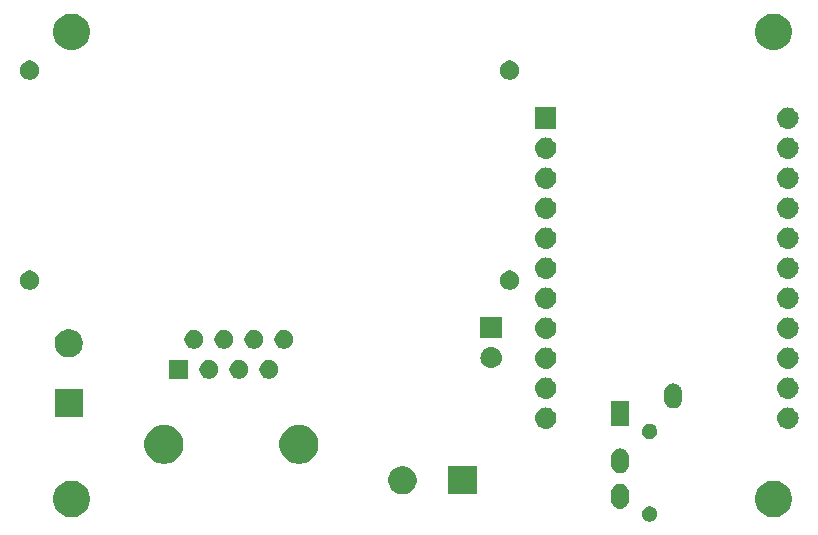
<source format=gbr>
G04 #@! TF.GenerationSoftware,KiCad,Pcbnew,(5.1.2)-2*
G04 #@! TF.CreationDate,2020-01-12T12:09:12-06:00*
G04 #@! TF.ProjectId,SimpleBuildSounds,53696d70-6c65-4427-9569-6c64536f756e,rev?*
G04 #@! TF.SameCoordinates,Original*
G04 #@! TF.FileFunction,Soldermask,Top*
G04 #@! TF.FilePolarity,Negative*
%FSLAX46Y46*%
G04 Gerber Fmt 4.6, Leading zero omitted, Abs format (unit mm)*
G04 Created by KiCad (PCBNEW (5.1.2)-2) date 2020-01-12 12:09:12*
%MOMM*%
%LPD*%
G04 APERTURE LIST*
%ADD10C,0.100000*%
G04 APERTURE END LIST*
D10*
G36*
X187800890Y-91757517D02*
G01*
X187919364Y-91806591D01*
X187925895Y-91810955D01*
X188025988Y-91877835D01*
X188116665Y-91968512D01*
X188187910Y-92075138D01*
X188236983Y-92193610D01*
X188262000Y-92319382D01*
X188262000Y-92447618D01*
X188236983Y-92573390D01*
X188187909Y-92691864D01*
X188116665Y-92798488D01*
X188025988Y-92889165D01*
X187919364Y-92960409D01*
X187919363Y-92960410D01*
X187919362Y-92960410D01*
X187800890Y-93009483D01*
X187675119Y-93034500D01*
X187546881Y-93034500D01*
X187421110Y-93009483D01*
X187302638Y-92960410D01*
X187302637Y-92960410D01*
X187302636Y-92960409D01*
X187196012Y-92889165D01*
X187105335Y-92798488D01*
X187034091Y-92691864D01*
X186985017Y-92573390D01*
X186960000Y-92447618D01*
X186960000Y-92319382D01*
X186985017Y-92193610D01*
X187034090Y-92075138D01*
X187105335Y-91968512D01*
X187196012Y-91877835D01*
X187296105Y-91810955D01*
X187302636Y-91806591D01*
X187421110Y-91757517D01*
X187546881Y-91732500D01*
X187675119Y-91732500D01*
X187800890Y-91757517D01*
X187800890Y-91757517D01*
G37*
G36*
X198422585Y-89601302D02*
G01*
X198572410Y-89631104D01*
X198854674Y-89748021D01*
X199108705Y-89917759D01*
X199324741Y-90133795D01*
X199494479Y-90387826D01*
X199611396Y-90670090D01*
X199671000Y-90969740D01*
X199671000Y-91275260D01*
X199611396Y-91574910D01*
X199494479Y-91857174D01*
X199324741Y-92111205D01*
X199108705Y-92327241D01*
X198854674Y-92496979D01*
X198572410Y-92613896D01*
X198422585Y-92643698D01*
X198272761Y-92673500D01*
X197967239Y-92673500D01*
X197817415Y-92643698D01*
X197667590Y-92613896D01*
X197385326Y-92496979D01*
X197131295Y-92327241D01*
X196915259Y-92111205D01*
X196745521Y-91857174D01*
X196628604Y-91574910D01*
X196569000Y-91275260D01*
X196569000Y-90969740D01*
X196628604Y-90670090D01*
X196745521Y-90387826D01*
X196915259Y-90133795D01*
X197131295Y-89917759D01*
X197385326Y-89748021D01*
X197667590Y-89631104D01*
X197817415Y-89601302D01*
X197967239Y-89571500D01*
X198272761Y-89571500D01*
X198422585Y-89601302D01*
X198422585Y-89601302D01*
G37*
G36*
X138986585Y-89601302D02*
G01*
X139136410Y-89631104D01*
X139418674Y-89748021D01*
X139672705Y-89917759D01*
X139888741Y-90133795D01*
X140058479Y-90387826D01*
X140175396Y-90670090D01*
X140235000Y-90969740D01*
X140235000Y-91275260D01*
X140175396Y-91574910D01*
X140058479Y-91857174D01*
X139888741Y-92111205D01*
X139672705Y-92327241D01*
X139418674Y-92496979D01*
X139136410Y-92613896D01*
X138986585Y-92643698D01*
X138836761Y-92673500D01*
X138531239Y-92673500D01*
X138381415Y-92643698D01*
X138231590Y-92613896D01*
X137949326Y-92496979D01*
X137695295Y-92327241D01*
X137479259Y-92111205D01*
X137309521Y-91857174D01*
X137192604Y-91574910D01*
X137133000Y-91275260D01*
X137133000Y-90969740D01*
X137192604Y-90670090D01*
X137309521Y-90387826D01*
X137479259Y-90133795D01*
X137695295Y-89917759D01*
X137949326Y-89748021D01*
X138231590Y-89631104D01*
X138381415Y-89601302D01*
X138531239Y-89571500D01*
X138836761Y-89571500D01*
X138986585Y-89601302D01*
X138986585Y-89601302D01*
G37*
G36*
X185258221Y-89843367D02*
G01*
X185399785Y-89886310D01*
X185530251Y-89956046D01*
X185580415Y-89997214D01*
X185644607Y-90049894D01*
X185686194Y-90100569D01*
X185738454Y-90164248D01*
X185808190Y-90294714D01*
X185851133Y-90436278D01*
X185862000Y-90546613D01*
X185862000Y-91220387D01*
X185851133Y-91330722D01*
X185808190Y-91472286D01*
X185738454Y-91602752D01*
X185714008Y-91632540D01*
X185644607Y-91717107D01*
X185560040Y-91786508D01*
X185530252Y-91810954D01*
X185399786Y-91880690D01*
X185258222Y-91923633D01*
X185111000Y-91938133D01*
X184963779Y-91923633D01*
X184822215Y-91880690D01*
X184691749Y-91810954D01*
X184661961Y-91786508D01*
X184577394Y-91717107D01*
X184483547Y-91602752D01*
X184413810Y-91472286D01*
X184370867Y-91330722D01*
X184360000Y-91220387D01*
X184360000Y-90546614D01*
X184370867Y-90436279D01*
X184413810Y-90294715D01*
X184483546Y-90164249D01*
X184535806Y-90100569D01*
X184577394Y-90049893D01*
X184647066Y-89992716D01*
X184691748Y-89956046D01*
X184822214Y-89886310D01*
X184963778Y-89843367D01*
X185111000Y-89828867D01*
X185258221Y-89843367D01*
X185258221Y-89843367D01*
G37*
G36*
X167035776Y-88386884D02*
G01*
X167253069Y-88476890D01*
X167253071Y-88476891D01*
X167448630Y-88607560D01*
X167614940Y-88773870D01*
X167724698Y-88938133D01*
X167745610Y-88969431D01*
X167835616Y-89186724D01*
X167881500Y-89417400D01*
X167881500Y-89652600D01*
X167835616Y-89883276D01*
X167766600Y-90049894D01*
X167745609Y-90100571D01*
X167614940Y-90296130D01*
X167448630Y-90462440D01*
X167253071Y-90593109D01*
X167253070Y-90593110D01*
X167253069Y-90593110D01*
X167035776Y-90683116D01*
X166805100Y-90729000D01*
X166569900Y-90729000D01*
X166339224Y-90683116D01*
X166121931Y-90593110D01*
X166121930Y-90593110D01*
X166121929Y-90593109D01*
X165926370Y-90462440D01*
X165760060Y-90296130D01*
X165629391Y-90100571D01*
X165608400Y-90049894D01*
X165539384Y-89883276D01*
X165493500Y-89652600D01*
X165493500Y-89417400D01*
X165539384Y-89186724D01*
X165629390Y-88969431D01*
X165650303Y-88938133D01*
X165760060Y-88773870D01*
X165926370Y-88607560D01*
X166121929Y-88476891D01*
X166121931Y-88476890D01*
X166339224Y-88386884D01*
X166569900Y-88341000D01*
X166805100Y-88341000D01*
X167035776Y-88386884D01*
X167035776Y-88386884D01*
G37*
G36*
X172961500Y-90729000D02*
G01*
X170573500Y-90729000D01*
X170573500Y-88341000D01*
X172961500Y-88341000D01*
X172961500Y-90729000D01*
X172961500Y-90729000D01*
G37*
G36*
X185258221Y-86843367D02*
G01*
X185399785Y-86886310D01*
X185530251Y-86956046D01*
X185580415Y-86997214D01*
X185644607Y-87049894D01*
X185701784Y-87119566D01*
X185738454Y-87164248D01*
X185808190Y-87294714D01*
X185851133Y-87436278D01*
X185862000Y-87546613D01*
X185862000Y-88220387D01*
X185851133Y-88330722D01*
X185808190Y-88472286D01*
X185738454Y-88602752D01*
X185734508Y-88607560D01*
X185644607Y-88717107D01*
X185575439Y-88773870D01*
X185530252Y-88810954D01*
X185399786Y-88880690D01*
X185258222Y-88923633D01*
X185111000Y-88938133D01*
X184963779Y-88923633D01*
X184822215Y-88880690D01*
X184691749Y-88810954D01*
X184646562Y-88773870D01*
X184577394Y-88717107D01*
X184483547Y-88602752D01*
X184413810Y-88472286D01*
X184373985Y-88341000D01*
X184370867Y-88330722D01*
X184360000Y-88220387D01*
X184360000Y-87546614D01*
X184370867Y-87436279D01*
X184413810Y-87294715D01*
X184483546Y-87164249D01*
X184524714Y-87114085D01*
X184577394Y-87049893D01*
X184676478Y-86968578D01*
X184691748Y-86956046D01*
X184822214Y-86886310D01*
X184963778Y-86843367D01*
X185111000Y-86828867D01*
X185258221Y-86843367D01*
X185258221Y-86843367D01*
G37*
G36*
X158297428Y-84877835D02*
G01*
X158406079Y-84899447D01*
X158490704Y-84934500D01*
X158690551Y-85017279D01*
X158706542Y-85023903D01*
X158976951Y-85204585D01*
X159206915Y-85434549D01*
X159387597Y-85704958D01*
X159512053Y-86005421D01*
X159575500Y-86324391D01*
X159575500Y-86649609D01*
X159512053Y-86968579D01*
X159387597Y-87269042D01*
X159206915Y-87539451D01*
X158976951Y-87769415D01*
X158706542Y-87950097D01*
X158406079Y-88074553D01*
X158299756Y-88095702D01*
X158087111Y-88138000D01*
X157761889Y-88138000D01*
X157549244Y-88095702D01*
X157442921Y-88074553D01*
X157142458Y-87950097D01*
X156872049Y-87769415D01*
X156642085Y-87539451D01*
X156461403Y-87269042D01*
X156336947Y-86968579D01*
X156273500Y-86649609D01*
X156273500Y-86324391D01*
X156336947Y-86005421D01*
X156461403Y-85704958D01*
X156642085Y-85434549D01*
X156872049Y-85204585D01*
X157142458Y-85023903D01*
X157158450Y-85017279D01*
X157358296Y-84934500D01*
X157442921Y-84899447D01*
X157551572Y-84877835D01*
X157761889Y-84836000D01*
X158087111Y-84836000D01*
X158297428Y-84877835D01*
X158297428Y-84877835D01*
G37*
G36*
X146867428Y-84877835D02*
G01*
X146976079Y-84899447D01*
X147060704Y-84934500D01*
X147260551Y-85017279D01*
X147276542Y-85023903D01*
X147546951Y-85204585D01*
X147776915Y-85434549D01*
X147957597Y-85704958D01*
X148082053Y-86005421D01*
X148145500Y-86324391D01*
X148145500Y-86649609D01*
X148082053Y-86968579D01*
X147957597Y-87269042D01*
X147776915Y-87539451D01*
X147546951Y-87769415D01*
X147276542Y-87950097D01*
X146976079Y-88074553D01*
X146869756Y-88095702D01*
X146657111Y-88138000D01*
X146331889Y-88138000D01*
X146119244Y-88095702D01*
X146012921Y-88074553D01*
X145712458Y-87950097D01*
X145442049Y-87769415D01*
X145212085Y-87539451D01*
X145031403Y-87269042D01*
X144906947Y-86968579D01*
X144843500Y-86649609D01*
X144843500Y-86324391D01*
X144906947Y-86005421D01*
X145031403Y-85704958D01*
X145212085Y-85434549D01*
X145442049Y-85204585D01*
X145712458Y-85023903D01*
X145728450Y-85017279D01*
X145928296Y-84934500D01*
X146012921Y-84899447D01*
X146121572Y-84877835D01*
X146331889Y-84836000D01*
X146657111Y-84836000D01*
X146867428Y-84877835D01*
X146867428Y-84877835D01*
G37*
G36*
X187800890Y-84757517D02*
G01*
X187919364Y-84806591D01*
X188025988Y-84877835D01*
X188116665Y-84968512D01*
X188187909Y-85075136D01*
X188236983Y-85193610D01*
X188262000Y-85319382D01*
X188262000Y-85447618D01*
X188236983Y-85573390D01*
X188187909Y-85691864D01*
X188116665Y-85798488D01*
X188025988Y-85889165D01*
X187919364Y-85960409D01*
X187919363Y-85960410D01*
X187919362Y-85960410D01*
X187800890Y-86009483D01*
X187675119Y-86034500D01*
X187546881Y-86034500D01*
X187421110Y-86009483D01*
X187302638Y-85960410D01*
X187302637Y-85960410D01*
X187302636Y-85960409D01*
X187196012Y-85889165D01*
X187105335Y-85798488D01*
X187034091Y-85691864D01*
X186985017Y-85573390D01*
X186960000Y-85447618D01*
X186960000Y-85319382D01*
X186985017Y-85193610D01*
X187034091Y-85075136D01*
X187105335Y-84968512D01*
X187196012Y-84877835D01*
X187302636Y-84806591D01*
X187421110Y-84757517D01*
X187546881Y-84732500D01*
X187675119Y-84732500D01*
X187800890Y-84757517D01*
X187800890Y-84757517D01*
G37*
G36*
X199426443Y-83370019D02*
G01*
X199492627Y-83376537D01*
X199662466Y-83428057D01*
X199818991Y-83511722D01*
X199854729Y-83541052D01*
X199956186Y-83624314D01*
X200039448Y-83725771D01*
X200068778Y-83761509D01*
X200152443Y-83918034D01*
X200203963Y-84087873D01*
X200221359Y-84264500D01*
X200203963Y-84441127D01*
X200152443Y-84610966D01*
X200068778Y-84767491D01*
X200039448Y-84803229D01*
X199956186Y-84904686D01*
X199854729Y-84987948D01*
X199818991Y-85017278D01*
X199662466Y-85100943D01*
X199492627Y-85152463D01*
X199426443Y-85158981D01*
X199360260Y-85165500D01*
X199271740Y-85165500D01*
X199205557Y-85158981D01*
X199139373Y-85152463D01*
X198969534Y-85100943D01*
X198813009Y-85017278D01*
X198777271Y-84987948D01*
X198675814Y-84904686D01*
X198592552Y-84803229D01*
X198563222Y-84767491D01*
X198479557Y-84610966D01*
X198428037Y-84441127D01*
X198410641Y-84264500D01*
X198428037Y-84087873D01*
X198479557Y-83918034D01*
X198563222Y-83761509D01*
X198592552Y-83725771D01*
X198675814Y-83624314D01*
X198777271Y-83541052D01*
X198813009Y-83511722D01*
X198969534Y-83428057D01*
X199139373Y-83376537D01*
X199205557Y-83370019D01*
X199271740Y-83363500D01*
X199360260Y-83363500D01*
X199426443Y-83370019D01*
X199426443Y-83370019D01*
G37*
G36*
X178926443Y-83370019D02*
G01*
X178992627Y-83376537D01*
X179162466Y-83428057D01*
X179318991Y-83511722D01*
X179354729Y-83541052D01*
X179456186Y-83624314D01*
X179539448Y-83725771D01*
X179568778Y-83761509D01*
X179652443Y-83918034D01*
X179703963Y-84087873D01*
X179721359Y-84264500D01*
X179703963Y-84441127D01*
X179652443Y-84610966D01*
X179568778Y-84767491D01*
X179539448Y-84803229D01*
X179456186Y-84904686D01*
X179354729Y-84987948D01*
X179318991Y-85017278D01*
X179162466Y-85100943D01*
X178992627Y-85152463D01*
X178926443Y-85158981D01*
X178860260Y-85165500D01*
X178771740Y-85165500D01*
X178705557Y-85158981D01*
X178639373Y-85152463D01*
X178469534Y-85100943D01*
X178313009Y-85017278D01*
X178277271Y-84987948D01*
X178175814Y-84904686D01*
X178092552Y-84803229D01*
X178063222Y-84767491D01*
X177979557Y-84610966D01*
X177928037Y-84441127D01*
X177910641Y-84264500D01*
X177928037Y-84087873D01*
X177979557Y-83918034D01*
X178063222Y-83761509D01*
X178092552Y-83725771D01*
X178175814Y-83624314D01*
X178277271Y-83541052D01*
X178313009Y-83511722D01*
X178469534Y-83428057D01*
X178639373Y-83376537D01*
X178705557Y-83370019D01*
X178771740Y-83363500D01*
X178860260Y-83363500D01*
X178926443Y-83370019D01*
X178926443Y-83370019D01*
G37*
G36*
X185862000Y-84934500D02*
G01*
X184360000Y-84934500D01*
X184360000Y-82832500D01*
X185862000Y-82832500D01*
X185862000Y-84934500D01*
X185862000Y-84934500D01*
G37*
G36*
X139624000Y-84188500D02*
G01*
X137236000Y-84188500D01*
X137236000Y-81800500D01*
X139624000Y-81800500D01*
X139624000Y-84188500D01*
X139624000Y-84188500D01*
G37*
G36*
X189758221Y-81343367D02*
G01*
X189899785Y-81386310D01*
X190030251Y-81456046D01*
X190080415Y-81497214D01*
X190144607Y-81549894D01*
X190201784Y-81619566D01*
X190238454Y-81664248D01*
X190308190Y-81794714D01*
X190351133Y-81936278D01*
X190362000Y-82046613D01*
X190362000Y-82720387D01*
X190351133Y-82830722D01*
X190308190Y-82972286D01*
X190238454Y-83102752D01*
X190214008Y-83132540D01*
X190144607Y-83217107D01*
X190060040Y-83286508D01*
X190030252Y-83310954D01*
X189899786Y-83380690D01*
X189758222Y-83423633D01*
X189611000Y-83438133D01*
X189463779Y-83423633D01*
X189322215Y-83380690D01*
X189191749Y-83310954D01*
X189161961Y-83286508D01*
X189077394Y-83217107D01*
X188983547Y-83102752D01*
X188913810Y-82972286D01*
X188870867Y-82830722D01*
X188860000Y-82720387D01*
X188860000Y-82046614D01*
X188870867Y-81936279D01*
X188913810Y-81794715D01*
X188983546Y-81664249D01*
X189024714Y-81614085D01*
X189077394Y-81549893D01*
X189147066Y-81492716D01*
X189191748Y-81456046D01*
X189322214Y-81386310D01*
X189463778Y-81343367D01*
X189611000Y-81328867D01*
X189758221Y-81343367D01*
X189758221Y-81343367D01*
G37*
G36*
X178926443Y-80830019D02*
G01*
X178992627Y-80836537D01*
X179162466Y-80888057D01*
X179162468Y-80888058D01*
X179198315Y-80907219D01*
X179318991Y-80971722D01*
X179354729Y-81001052D01*
X179456186Y-81084314D01*
X179539448Y-81185771D01*
X179568778Y-81221509D01*
X179568779Y-81221511D01*
X179626163Y-81328867D01*
X179652443Y-81378034D01*
X179703963Y-81547873D01*
X179721359Y-81724500D01*
X179703963Y-81901127D01*
X179652443Y-82070966D01*
X179568778Y-82227491D01*
X179539448Y-82263229D01*
X179456186Y-82364686D01*
X179354729Y-82447948D01*
X179318991Y-82477278D01*
X179162466Y-82560943D01*
X178992627Y-82612463D01*
X178926442Y-82618982D01*
X178860260Y-82625500D01*
X178771740Y-82625500D01*
X178705558Y-82618982D01*
X178639373Y-82612463D01*
X178469534Y-82560943D01*
X178313009Y-82477278D01*
X178277271Y-82447948D01*
X178175814Y-82364686D01*
X178092552Y-82263229D01*
X178063222Y-82227491D01*
X177979557Y-82070966D01*
X177928037Y-81901127D01*
X177910641Y-81724500D01*
X177928037Y-81547873D01*
X177979557Y-81378034D01*
X178005838Y-81328867D01*
X178063221Y-81221511D01*
X178063222Y-81221509D01*
X178092552Y-81185771D01*
X178175814Y-81084314D01*
X178277271Y-81001052D01*
X178313009Y-80971722D01*
X178433685Y-80907219D01*
X178469532Y-80888058D01*
X178469534Y-80888057D01*
X178639373Y-80836537D01*
X178705557Y-80830019D01*
X178771740Y-80823500D01*
X178860260Y-80823500D01*
X178926443Y-80830019D01*
X178926443Y-80830019D01*
G37*
G36*
X199426443Y-80830019D02*
G01*
X199492627Y-80836537D01*
X199662466Y-80888057D01*
X199662468Y-80888058D01*
X199698315Y-80907219D01*
X199818991Y-80971722D01*
X199854729Y-81001052D01*
X199956186Y-81084314D01*
X200039448Y-81185771D01*
X200068778Y-81221509D01*
X200068779Y-81221511D01*
X200126163Y-81328867D01*
X200152443Y-81378034D01*
X200203963Y-81547873D01*
X200221359Y-81724500D01*
X200203963Y-81901127D01*
X200152443Y-82070966D01*
X200068778Y-82227491D01*
X200039448Y-82263229D01*
X199956186Y-82364686D01*
X199854729Y-82447948D01*
X199818991Y-82477278D01*
X199662466Y-82560943D01*
X199492627Y-82612463D01*
X199426442Y-82618982D01*
X199360260Y-82625500D01*
X199271740Y-82625500D01*
X199205558Y-82618982D01*
X199139373Y-82612463D01*
X198969534Y-82560943D01*
X198813009Y-82477278D01*
X198777271Y-82447948D01*
X198675814Y-82364686D01*
X198592552Y-82263229D01*
X198563222Y-82227491D01*
X198479557Y-82070966D01*
X198428037Y-81901127D01*
X198410641Y-81724500D01*
X198428037Y-81547873D01*
X198479557Y-81378034D01*
X198505838Y-81328867D01*
X198563221Y-81221511D01*
X198563222Y-81221509D01*
X198592552Y-81185771D01*
X198675814Y-81084314D01*
X198777271Y-81001052D01*
X198813009Y-80971722D01*
X198933685Y-80907219D01*
X198969532Y-80888058D01*
X198969534Y-80888057D01*
X199139373Y-80836537D01*
X199205557Y-80830019D01*
X199271740Y-80823500D01*
X199360260Y-80823500D01*
X199426443Y-80830019D01*
X199426443Y-80830019D01*
G37*
G36*
X155618142Y-79366781D02*
G01*
X155763914Y-79427162D01*
X155763916Y-79427163D01*
X155895108Y-79514822D01*
X156006678Y-79626392D01*
X156094337Y-79757584D01*
X156094338Y-79757586D01*
X156154719Y-79903358D01*
X156185500Y-80058107D01*
X156185500Y-80215893D01*
X156154719Y-80370642D01*
X156094338Y-80516414D01*
X156094337Y-80516416D01*
X156006678Y-80647608D01*
X155895108Y-80759178D01*
X155763916Y-80846837D01*
X155763915Y-80846838D01*
X155763914Y-80846838D01*
X155618142Y-80907219D01*
X155463393Y-80938000D01*
X155305607Y-80938000D01*
X155150858Y-80907219D01*
X155005086Y-80846838D01*
X155005085Y-80846838D01*
X155005084Y-80846837D01*
X154873892Y-80759178D01*
X154762322Y-80647608D01*
X154674663Y-80516416D01*
X154674662Y-80516414D01*
X154614281Y-80370642D01*
X154583500Y-80215893D01*
X154583500Y-80058107D01*
X154614281Y-79903358D01*
X154674662Y-79757586D01*
X154674663Y-79757584D01*
X154762322Y-79626392D01*
X154873892Y-79514822D01*
X155005084Y-79427163D01*
X155005086Y-79427162D01*
X155150858Y-79366781D01*
X155305607Y-79336000D01*
X155463393Y-79336000D01*
X155618142Y-79366781D01*
X155618142Y-79366781D01*
G37*
G36*
X153078142Y-79366781D02*
G01*
X153223914Y-79427162D01*
X153223916Y-79427163D01*
X153355108Y-79514822D01*
X153466678Y-79626392D01*
X153554337Y-79757584D01*
X153554338Y-79757586D01*
X153614719Y-79903358D01*
X153645500Y-80058107D01*
X153645500Y-80215893D01*
X153614719Y-80370642D01*
X153554338Y-80516414D01*
X153554337Y-80516416D01*
X153466678Y-80647608D01*
X153355108Y-80759178D01*
X153223916Y-80846837D01*
X153223915Y-80846838D01*
X153223914Y-80846838D01*
X153078142Y-80907219D01*
X152923393Y-80938000D01*
X152765607Y-80938000D01*
X152610858Y-80907219D01*
X152465086Y-80846838D01*
X152465085Y-80846838D01*
X152465084Y-80846837D01*
X152333892Y-80759178D01*
X152222322Y-80647608D01*
X152134663Y-80516416D01*
X152134662Y-80516414D01*
X152074281Y-80370642D01*
X152043500Y-80215893D01*
X152043500Y-80058107D01*
X152074281Y-79903358D01*
X152134662Y-79757586D01*
X152134663Y-79757584D01*
X152222322Y-79626392D01*
X152333892Y-79514822D01*
X152465084Y-79427163D01*
X152465086Y-79427162D01*
X152610858Y-79366781D01*
X152765607Y-79336000D01*
X152923393Y-79336000D01*
X153078142Y-79366781D01*
X153078142Y-79366781D01*
G37*
G36*
X150538142Y-79366781D02*
G01*
X150683914Y-79427162D01*
X150683916Y-79427163D01*
X150815108Y-79514822D01*
X150926678Y-79626392D01*
X151014337Y-79757584D01*
X151014338Y-79757586D01*
X151074719Y-79903358D01*
X151105500Y-80058107D01*
X151105500Y-80215893D01*
X151074719Y-80370642D01*
X151014338Y-80516414D01*
X151014337Y-80516416D01*
X150926678Y-80647608D01*
X150815108Y-80759178D01*
X150683916Y-80846837D01*
X150683915Y-80846838D01*
X150683914Y-80846838D01*
X150538142Y-80907219D01*
X150383393Y-80938000D01*
X150225607Y-80938000D01*
X150070858Y-80907219D01*
X149925086Y-80846838D01*
X149925085Y-80846838D01*
X149925084Y-80846837D01*
X149793892Y-80759178D01*
X149682322Y-80647608D01*
X149594663Y-80516416D01*
X149594662Y-80516414D01*
X149534281Y-80370642D01*
X149503500Y-80215893D01*
X149503500Y-80058107D01*
X149534281Y-79903358D01*
X149594662Y-79757586D01*
X149594663Y-79757584D01*
X149682322Y-79626392D01*
X149793892Y-79514822D01*
X149925084Y-79427163D01*
X149925086Y-79427162D01*
X150070858Y-79366781D01*
X150225607Y-79336000D01*
X150383393Y-79336000D01*
X150538142Y-79366781D01*
X150538142Y-79366781D01*
G37*
G36*
X148565500Y-80938000D02*
G01*
X146963500Y-80938000D01*
X146963500Y-79336000D01*
X148565500Y-79336000D01*
X148565500Y-80938000D01*
X148565500Y-80938000D01*
G37*
G36*
X199426443Y-78290019D02*
G01*
X199492627Y-78296537D01*
X199662466Y-78348057D01*
X199662468Y-78348058D01*
X199698315Y-78367219D01*
X199818991Y-78431722D01*
X199854729Y-78461052D01*
X199956186Y-78544314D01*
X200034722Y-78640012D01*
X200068778Y-78681509D01*
X200152443Y-78838034D01*
X200203963Y-79007873D01*
X200221359Y-79184500D01*
X200203963Y-79361127D01*
X200152443Y-79530966D01*
X200068778Y-79687491D01*
X200039448Y-79723229D01*
X199956186Y-79824686D01*
X199869556Y-79895780D01*
X199818991Y-79937278D01*
X199662466Y-80020943D01*
X199492627Y-80072463D01*
X199426443Y-80078981D01*
X199360260Y-80085500D01*
X199271740Y-80085500D01*
X199205557Y-80078981D01*
X199139373Y-80072463D01*
X198969534Y-80020943D01*
X198813009Y-79937278D01*
X198762444Y-79895780D01*
X198675814Y-79824686D01*
X198592552Y-79723229D01*
X198563222Y-79687491D01*
X198479557Y-79530966D01*
X198428037Y-79361127D01*
X198410641Y-79184500D01*
X198428037Y-79007873D01*
X198479557Y-78838034D01*
X198563222Y-78681509D01*
X198597278Y-78640012D01*
X198675814Y-78544314D01*
X198777271Y-78461052D01*
X198813009Y-78431722D01*
X198933685Y-78367219D01*
X198969532Y-78348058D01*
X198969534Y-78348057D01*
X199139373Y-78296537D01*
X199205557Y-78290019D01*
X199271740Y-78283500D01*
X199360260Y-78283500D01*
X199426443Y-78290019D01*
X199426443Y-78290019D01*
G37*
G36*
X178926443Y-78290019D02*
G01*
X178992627Y-78296537D01*
X179162466Y-78348057D01*
X179162468Y-78348058D01*
X179198315Y-78367219D01*
X179318991Y-78431722D01*
X179354729Y-78461052D01*
X179456186Y-78544314D01*
X179534722Y-78640012D01*
X179568778Y-78681509D01*
X179652443Y-78838034D01*
X179703963Y-79007873D01*
X179721359Y-79184500D01*
X179703963Y-79361127D01*
X179652443Y-79530966D01*
X179568778Y-79687491D01*
X179539448Y-79723229D01*
X179456186Y-79824686D01*
X179369556Y-79895780D01*
X179318991Y-79937278D01*
X179162466Y-80020943D01*
X178992627Y-80072463D01*
X178926443Y-80078981D01*
X178860260Y-80085500D01*
X178771740Y-80085500D01*
X178705557Y-80078981D01*
X178639373Y-80072463D01*
X178469534Y-80020943D01*
X178313009Y-79937278D01*
X178262444Y-79895780D01*
X178175814Y-79824686D01*
X178092552Y-79723229D01*
X178063222Y-79687491D01*
X177979557Y-79530966D01*
X177928037Y-79361127D01*
X177910641Y-79184500D01*
X177928037Y-79007873D01*
X177979557Y-78838034D01*
X178063222Y-78681509D01*
X178097278Y-78640012D01*
X178175814Y-78544314D01*
X178277271Y-78461052D01*
X178313009Y-78431722D01*
X178433685Y-78367219D01*
X178469532Y-78348058D01*
X178469534Y-78348057D01*
X178639373Y-78296537D01*
X178705557Y-78290019D01*
X178771740Y-78283500D01*
X178860260Y-78283500D01*
X178926443Y-78290019D01*
X178926443Y-78290019D01*
G37*
G36*
X174300443Y-78248519D02*
G01*
X174366628Y-78255038D01*
X174536467Y-78306558D01*
X174692992Y-78390223D01*
X174702468Y-78398000D01*
X174830187Y-78502815D01*
X174913449Y-78604272D01*
X174942779Y-78640010D01*
X175026444Y-78796535D01*
X175077964Y-78966374D01*
X175095360Y-79143001D01*
X175077964Y-79319628D01*
X175026444Y-79489467D01*
X174942779Y-79645992D01*
X174913449Y-79681730D01*
X174830187Y-79783187D01*
X174728730Y-79866449D01*
X174692992Y-79895779D01*
X174536467Y-79979444D01*
X174366628Y-80030964D01*
X174300444Y-80037482D01*
X174234261Y-80044001D01*
X174145741Y-80044001D01*
X174079558Y-80037482D01*
X174013374Y-80030964D01*
X173843535Y-79979444D01*
X173687010Y-79895779D01*
X173651272Y-79866449D01*
X173549815Y-79783187D01*
X173466553Y-79681730D01*
X173437223Y-79645992D01*
X173353558Y-79489467D01*
X173302038Y-79319628D01*
X173284642Y-79143001D01*
X173302038Y-78966374D01*
X173353558Y-78796535D01*
X173437223Y-78640010D01*
X173466553Y-78604272D01*
X173549815Y-78502815D01*
X173677534Y-78398000D01*
X173687010Y-78390223D01*
X173843535Y-78306558D01*
X174013374Y-78255038D01*
X174079559Y-78248519D01*
X174145741Y-78242001D01*
X174234261Y-78242001D01*
X174300443Y-78248519D01*
X174300443Y-78248519D01*
G37*
G36*
X138778276Y-76766384D02*
G01*
X138995569Y-76856390D01*
X138995571Y-76856391D01*
X139041624Y-76887163D01*
X139191130Y-76987060D01*
X139357440Y-77153370D01*
X139488110Y-77348931D01*
X139578116Y-77566224D01*
X139624000Y-77796900D01*
X139624000Y-78032100D01*
X139578116Y-78262776D01*
X139522104Y-78398000D01*
X139488109Y-78480071D01*
X139357440Y-78675630D01*
X139191130Y-78841940D01*
X138995571Y-78972609D01*
X138995570Y-78972610D01*
X138995569Y-78972610D01*
X138778276Y-79062616D01*
X138547600Y-79108500D01*
X138312400Y-79108500D01*
X138081724Y-79062616D01*
X137864431Y-78972610D01*
X137864430Y-78972610D01*
X137864429Y-78972609D01*
X137668870Y-78841940D01*
X137502560Y-78675630D01*
X137371891Y-78480071D01*
X137337896Y-78398000D01*
X137281884Y-78262776D01*
X137236000Y-78032100D01*
X137236000Y-77796900D01*
X137281884Y-77566224D01*
X137371890Y-77348931D01*
X137502560Y-77153370D01*
X137668870Y-76987060D01*
X137818376Y-76887163D01*
X137864429Y-76856391D01*
X137864431Y-76856390D01*
X138081724Y-76766384D01*
X138312400Y-76720500D01*
X138547600Y-76720500D01*
X138778276Y-76766384D01*
X138778276Y-76766384D01*
G37*
G36*
X156888142Y-76826781D02*
G01*
X157033914Y-76887162D01*
X157033916Y-76887163D01*
X157165108Y-76974822D01*
X157276678Y-77086392D01*
X157364337Y-77217584D01*
X157364338Y-77217586D01*
X157424719Y-77363358D01*
X157455500Y-77518107D01*
X157455500Y-77675893D01*
X157424719Y-77830642D01*
X157364338Y-77976414D01*
X157364337Y-77976416D01*
X157276678Y-78107608D01*
X157165108Y-78219178D01*
X157033916Y-78306837D01*
X157033915Y-78306838D01*
X157033914Y-78306838D01*
X156888142Y-78367219D01*
X156733393Y-78398000D01*
X156575607Y-78398000D01*
X156420858Y-78367219D01*
X156275086Y-78306838D01*
X156275085Y-78306838D01*
X156275084Y-78306837D01*
X156143892Y-78219178D01*
X156032322Y-78107608D01*
X155944663Y-77976416D01*
X155944662Y-77976414D01*
X155884281Y-77830642D01*
X155853500Y-77675893D01*
X155853500Y-77518107D01*
X155884281Y-77363358D01*
X155944662Y-77217586D01*
X155944663Y-77217584D01*
X156032322Y-77086392D01*
X156143892Y-76974822D01*
X156275084Y-76887163D01*
X156275086Y-76887162D01*
X156420858Y-76826781D01*
X156575607Y-76796000D01*
X156733393Y-76796000D01*
X156888142Y-76826781D01*
X156888142Y-76826781D01*
G37*
G36*
X151808142Y-76826781D02*
G01*
X151953914Y-76887162D01*
X151953916Y-76887163D01*
X152085108Y-76974822D01*
X152196678Y-77086392D01*
X152284337Y-77217584D01*
X152284338Y-77217586D01*
X152344719Y-77363358D01*
X152375500Y-77518107D01*
X152375500Y-77675893D01*
X152344719Y-77830642D01*
X152284338Y-77976414D01*
X152284337Y-77976416D01*
X152196678Y-78107608D01*
X152085108Y-78219178D01*
X151953916Y-78306837D01*
X151953915Y-78306838D01*
X151953914Y-78306838D01*
X151808142Y-78367219D01*
X151653393Y-78398000D01*
X151495607Y-78398000D01*
X151340858Y-78367219D01*
X151195086Y-78306838D01*
X151195085Y-78306838D01*
X151195084Y-78306837D01*
X151063892Y-78219178D01*
X150952322Y-78107608D01*
X150864663Y-77976416D01*
X150864662Y-77976414D01*
X150804281Y-77830642D01*
X150773500Y-77675893D01*
X150773500Y-77518107D01*
X150804281Y-77363358D01*
X150864662Y-77217586D01*
X150864663Y-77217584D01*
X150952322Y-77086392D01*
X151063892Y-76974822D01*
X151195084Y-76887163D01*
X151195086Y-76887162D01*
X151340858Y-76826781D01*
X151495607Y-76796000D01*
X151653393Y-76796000D01*
X151808142Y-76826781D01*
X151808142Y-76826781D01*
G37*
G36*
X149268142Y-76826781D02*
G01*
X149413914Y-76887162D01*
X149413916Y-76887163D01*
X149545108Y-76974822D01*
X149656678Y-77086392D01*
X149744337Y-77217584D01*
X149744338Y-77217586D01*
X149804719Y-77363358D01*
X149835500Y-77518107D01*
X149835500Y-77675893D01*
X149804719Y-77830642D01*
X149744338Y-77976414D01*
X149744337Y-77976416D01*
X149656678Y-78107608D01*
X149545108Y-78219178D01*
X149413916Y-78306837D01*
X149413915Y-78306838D01*
X149413914Y-78306838D01*
X149268142Y-78367219D01*
X149113393Y-78398000D01*
X148955607Y-78398000D01*
X148800858Y-78367219D01*
X148655086Y-78306838D01*
X148655085Y-78306838D01*
X148655084Y-78306837D01*
X148523892Y-78219178D01*
X148412322Y-78107608D01*
X148324663Y-77976416D01*
X148324662Y-77976414D01*
X148264281Y-77830642D01*
X148233500Y-77675893D01*
X148233500Y-77518107D01*
X148264281Y-77363358D01*
X148324662Y-77217586D01*
X148324663Y-77217584D01*
X148412322Y-77086392D01*
X148523892Y-76974822D01*
X148655084Y-76887163D01*
X148655086Y-76887162D01*
X148800858Y-76826781D01*
X148955607Y-76796000D01*
X149113393Y-76796000D01*
X149268142Y-76826781D01*
X149268142Y-76826781D01*
G37*
G36*
X154348142Y-76826781D02*
G01*
X154493914Y-76887162D01*
X154493916Y-76887163D01*
X154625108Y-76974822D01*
X154736678Y-77086392D01*
X154824337Y-77217584D01*
X154824338Y-77217586D01*
X154884719Y-77363358D01*
X154915500Y-77518107D01*
X154915500Y-77675893D01*
X154884719Y-77830642D01*
X154824338Y-77976414D01*
X154824337Y-77976416D01*
X154736678Y-78107608D01*
X154625108Y-78219178D01*
X154493916Y-78306837D01*
X154493915Y-78306838D01*
X154493914Y-78306838D01*
X154348142Y-78367219D01*
X154193393Y-78398000D01*
X154035607Y-78398000D01*
X153880858Y-78367219D01*
X153735086Y-78306838D01*
X153735085Y-78306838D01*
X153735084Y-78306837D01*
X153603892Y-78219178D01*
X153492322Y-78107608D01*
X153404663Y-77976416D01*
X153404662Y-77976414D01*
X153344281Y-77830642D01*
X153313500Y-77675893D01*
X153313500Y-77518107D01*
X153344281Y-77363358D01*
X153404662Y-77217586D01*
X153404663Y-77217584D01*
X153492322Y-77086392D01*
X153603892Y-76974822D01*
X153735084Y-76887163D01*
X153735086Y-76887162D01*
X153880858Y-76826781D01*
X154035607Y-76796000D01*
X154193393Y-76796000D01*
X154348142Y-76826781D01*
X154348142Y-76826781D01*
G37*
G36*
X199426442Y-75750018D02*
G01*
X199492627Y-75756537D01*
X199662466Y-75808057D01*
X199818991Y-75891722D01*
X199854729Y-75921052D01*
X199956186Y-76004314D01*
X200039448Y-76105771D01*
X200068778Y-76141509D01*
X200152443Y-76298034D01*
X200203963Y-76467873D01*
X200221359Y-76644500D01*
X200203963Y-76821127D01*
X200152443Y-76990966D01*
X200068778Y-77147491D01*
X200063953Y-77153370D01*
X199956186Y-77284686D01*
X199877902Y-77348931D01*
X199818991Y-77397278D01*
X199662466Y-77480943D01*
X199492627Y-77532463D01*
X199426442Y-77538982D01*
X199360260Y-77545500D01*
X199271740Y-77545500D01*
X199205558Y-77538982D01*
X199139373Y-77532463D01*
X198969534Y-77480943D01*
X198813009Y-77397278D01*
X198754098Y-77348931D01*
X198675814Y-77284686D01*
X198568047Y-77153370D01*
X198563222Y-77147491D01*
X198479557Y-76990966D01*
X198428037Y-76821127D01*
X198410641Y-76644500D01*
X198428037Y-76467873D01*
X198479557Y-76298034D01*
X198563222Y-76141509D01*
X198592552Y-76105771D01*
X198675814Y-76004314D01*
X198777271Y-75921052D01*
X198813009Y-75891722D01*
X198969534Y-75808057D01*
X199139373Y-75756537D01*
X199205558Y-75750018D01*
X199271740Y-75743500D01*
X199360260Y-75743500D01*
X199426442Y-75750018D01*
X199426442Y-75750018D01*
G37*
G36*
X178926442Y-75750018D02*
G01*
X178992627Y-75756537D01*
X179162466Y-75808057D01*
X179318991Y-75891722D01*
X179354729Y-75921052D01*
X179456186Y-76004314D01*
X179539448Y-76105771D01*
X179568778Y-76141509D01*
X179652443Y-76298034D01*
X179703963Y-76467873D01*
X179721359Y-76644500D01*
X179703963Y-76821127D01*
X179652443Y-76990966D01*
X179568778Y-77147491D01*
X179563953Y-77153370D01*
X179456186Y-77284686D01*
X179377902Y-77348931D01*
X179318991Y-77397278D01*
X179162466Y-77480943D01*
X178992627Y-77532463D01*
X178926442Y-77538982D01*
X178860260Y-77545500D01*
X178771740Y-77545500D01*
X178705558Y-77538982D01*
X178639373Y-77532463D01*
X178469534Y-77480943D01*
X178313009Y-77397278D01*
X178254098Y-77348931D01*
X178175814Y-77284686D01*
X178068047Y-77153370D01*
X178063222Y-77147491D01*
X177979557Y-76990966D01*
X177928037Y-76821127D01*
X177910641Y-76644500D01*
X177928037Y-76467873D01*
X177979557Y-76298034D01*
X178063222Y-76141509D01*
X178092552Y-76105771D01*
X178175814Y-76004314D01*
X178277271Y-75921052D01*
X178313009Y-75891722D01*
X178469534Y-75808057D01*
X178639373Y-75756537D01*
X178705558Y-75750018D01*
X178771740Y-75743500D01*
X178860260Y-75743500D01*
X178926442Y-75750018D01*
X178926442Y-75750018D01*
G37*
G36*
X175091001Y-77504001D02*
G01*
X173289001Y-77504001D01*
X173289001Y-75702001D01*
X175091001Y-75702001D01*
X175091001Y-77504001D01*
X175091001Y-77504001D01*
G37*
G36*
X199426443Y-73210019D02*
G01*
X199492627Y-73216537D01*
X199662466Y-73268057D01*
X199818991Y-73351722D01*
X199831829Y-73362258D01*
X199956186Y-73464314D01*
X200039448Y-73565771D01*
X200068778Y-73601509D01*
X200152443Y-73758034D01*
X200203963Y-73927873D01*
X200221359Y-74104500D01*
X200203963Y-74281127D01*
X200152443Y-74450966D01*
X200068778Y-74607491D01*
X200039448Y-74643229D01*
X199956186Y-74744686D01*
X199854729Y-74827948D01*
X199818991Y-74857278D01*
X199662466Y-74940943D01*
X199492627Y-74992463D01*
X199426443Y-74998981D01*
X199360260Y-75005500D01*
X199271740Y-75005500D01*
X199205557Y-74998981D01*
X199139373Y-74992463D01*
X198969534Y-74940943D01*
X198813009Y-74857278D01*
X198777271Y-74827948D01*
X198675814Y-74744686D01*
X198592552Y-74643229D01*
X198563222Y-74607491D01*
X198479557Y-74450966D01*
X198428037Y-74281127D01*
X198410641Y-74104500D01*
X198428037Y-73927873D01*
X198479557Y-73758034D01*
X198563222Y-73601509D01*
X198592552Y-73565771D01*
X198675814Y-73464314D01*
X198800171Y-73362258D01*
X198813009Y-73351722D01*
X198969534Y-73268057D01*
X199139373Y-73216537D01*
X199205557Y-73210019D01*
X199271740Y-73203500D01*
X199360260Y-73203500D01*
X199426443Y-73210019D01*
X199426443Y-73210019D01*
G37*
G36*
X178926443Y-73210019D02*
G01*
X178992627Y-73216537D01*
X179162466Y-73268057D01*
X179318991Y-73351722D01*
X179331829Y-73362258D01*
X179456186Y-73464314D01*
X179539448Y-73565771D01*
X179568778Y-73601509D01*
X179652443Y-73758034D01*
X179703963Y-73927873D01*
X179721359Y-74104500D01*
X179703963Y-74281127D01*
X179652443Y-74450966D01*
X179568778Y-74607491D01*
X179539448Y-74643229D01*
X179456186Y-74744686D01*
X179354729Y-74827948D01*
X179318991Y-74857278D01*
X179162466Y-74940943D01*
X178992627Y-74992463D01*
X178926443Y-74998981D01*
X178860260Y-75005500D01*
X178771740Y-75005500D01*
X178705557Y-74998981D01*
X178639373Y-74992463D01*
X178469534Y-74940943D01*
X178313009Y-74857278D01*
X178277271Y-74827948D01*
X178175814Y-74744686D01*
X178092552Y-74643229D01*
X178063222Y-74607491D01*
X177979557Y-74450966D01*
X177928037Y-74281127D01*
X177910641Y-74104500D01*
X177928037Y-73927873D01*
X177979557Y-73758034D01*
X178063222Y-73601509D01*
X178092552Y-73565771D01*
X178175814Y-73464314D01*
X178300171Y-73362258D01*
X178313009Y-73351722D01*
X178469534Y-73268057D01*
X178639373Y-73216537D01*
X178705557Y-73210019D01*
X178771740Y-73203500D01*
X178860260Y-73203500D01*
X178926443Y-73210019D01*
X178926443Y-73210019D01*
G37*
G36*
X176005142Y-71798742D02*
G01*
X176153101Y-71860029D01*
X176286255Y-71948999D01*
X176399501Y-72062245D01*
X176488471Y-72195399D01*
X176549758Y-72343358D01*
X176581000Y-72500425D01*
X176581000Y-72660575D01*
X176549758Y-72817642D01*
X176488471Y-72965601D01*
X176399501Y-73098755D01*
X176286255Y-73212001D01*
X176153101Y-73300971D01*
X176005142Y-73362258D01*
X175848075Y-73393500D01*
X175687925Y-73393500D01*
X175530858Y-73362258D01*
X175382899Y-73300971D01*
X175249745Y-73212001D01*
X175136499Y-73098755D01*
X175047529Y-72965601D01*
X174986242Y-72817642D01*
X174955000Y-72660575D01*
X174955000Y-72500425D01*
X174986242Y-72343358D01*
X175047529Y-72195399D01*
X175136499Y-72062245D01*
X175249745Y-71948999D01*
X175382899Y-71860029D01*
X175530858Y-71798742D01*
X175687925Y-71767500D01*
X175848075Y-71767500D01*
X176005142Y-71798742D01*
X176005142Y-71798742D01*
G37*
G36*
X135365142Y-71798742D02*
G01*
X135513101Y-71860029D01*
X135646255Y-71948999D01*
X135759501Y-72062245D01*
X135848471Y-72195399D01*
X135909758Y-72343358D01*
X135941000Y-72500425D01*
X135941000Y-72660575D01*
X135909758Y-72817642D01*
X135848471Y-72965601D01*
X135759501Y-73098755D01*
X135646255Y-73212001D01*
X135513101Y-73300971D01*
X135365142Y-73362258D01*
X135208075Y-73393500D01*
X135047925Y-73393500D01*
X134890858Y-73362258D01*
X134742899Y-73300971D01*
X134609745Y-73212001D01*
X134496499Y-73098755D01*
X134407529Y-72965601D01*
X134346242Y-72817642D01*
X134315000Y-72660575D01*
X134315000Y-72500425D01*
X134346242Y-72343358D01*
X134407529Y-72195399D01*
X134496499Y-72062245D01*
X134609745Y-71948999D01*
X134742899Y-71860029D01*
X134890858Y-71798742D01*
X135047925Y-71767500D01*
X135208075Y-71767500D01*
X135365142Y-71798742D01*
X135365142Y-71798742D01*
G37*
G36*
X199426443Y-70670019D02*
G01*
X199492627Y-70676537D01*
X199662466Y-70728057D01*
X199818991Y-70811722D01*
X199854729Y-70841052D01*
X199956186Y-70924314D01*
X200039448Y-71025771D01*
X200068778Y-71061509D01*
X200152443Y-71218034D01*
X200203963Y-71387873D01*
X200221359Y-71564500D01*
X200203963Y-71741127D01*
X200152443Y-71910966D01*
X200068778Y-72067491D01*
X200039448Y-72103229D01*
X199956186Y-72204686D01*
X199854729Y-72287948D01*
X199818991Y-72317278D01*
X199662466Y-72400943D01*
X199492627Y-72452463D01*
X199426443Y-72458981D01*
X199360260Y-72465500D01*
X199271740Y-72465500D01*
X199205557Y-72458981D01*
X199139373Y-72452463D01*
X198969534Y-72400943D01*
X198813009Y-72317278D01*
X198777271Y-72287948D01*
X198675814Y-72204686D01*
X198592552Y-72103229D01*
X198563222Y-72067491D01*
X198479557Y-71910966D01*
X198428037Y-71741127D01*
X198410641Y-71564500D01*
X198428037Y-71387873D01*
X198479557Y-71218034D01*
X198563222Y-71061509D01*
X198592552Y-71025771D01*
X198675814Y-70924314D01*
X198777271Y-70841052D01*
X198813009Y-70811722D01*
X198969534Y-70728057D01*
X199139373Y-70676537D01*
X199205557Y-70670019D01*
X199271740Y-70663500D01*
X199360260Y-70663500D01*
X199426443Y-70670019D01*
X199426443Y-70670019D01*
G37*
G36*
X178926443Y-70670019D02*
G01*
X178992627Y-70676537D01*
X179162466Y-70728057D01*
X179318991Y-70811722D01*
X179354729Y-70841052D01*
X179456186Y-70924314D01*
X179539448Y-71025771D01*
X179568778Y-71061509D01*
X179652443Y-71218034D01*
X179703963Y-71387873D01*
X179721359Y-71564500D01*
X179703963Y-71741127D01*
X179652443Y-71910966D01*
X179568778Y-72067491D01*
X179539448Y-72103229D01*
X179456186Y-72204686D01*
X179354729Y-72287948D01*
X179318991Y-72317278D01*
X179162466Y-72400943D01*
X178992627Y-72452463D01*
X178926443Y-72458981D01*
X178860260Y-72465500D01*
X178771740Y-72465500D01*
X178705557Y-72458981D01*
X178639373Y-72452463D01*
X178469534Y-72400943D01*
X178313009Y-72317278D01*
X178277271Y-72287948D01*
X178175814Y-72204686D01*
X178092552Y-72103229D01*
X178063222Y-72067491D01*
X177979557Y-71910966D01*
X177928037Y-71741127D01*
X177910641Y-71564500D01*
X177928037Y-71387873D01*
X177979557Y-71218034D01*
X178063222Y-71061509D01*
X178092552Y-71025771D01*
X178175814Y-70924314D01*
X178277271Y-70841052D01*
X178313009Y-70811722D01*
X178469534Y-70728057D01*
X178639373Y-70676537D01*
X178705557Y-70670019D01*
X178771740Y-70663500D01*
X178860260Y-70663500D01*
X178926443Y-70670019D01*
X178926443Y-70670019D01*
G37*
G36*
X178926443Y-68130019D02*
G01*
X178992627Y-68136537D01*
X179162466Y-68188057D01*
X179318991Y-68271722D01*
X179354729Y-68301052D01*
X179456186Y-68384314D01*
X179539448Y-68485771D01*
X179568778Y-68521509D01*
X179652443Y-68678034D01*
X179703963Y-68847873D01*
X179721359Y-69024500D01*
X179703963Y-69201127D01*
X179652443Y-69370966D01*
X179568778Y-69527491D01*
X179539448Y-69563229D01*
X179456186Y-69664686D01*
X179354729Y-69747948D01*
X179318991Y-69777278D01*
X179162466Y-69860943D01*
X178992627Y-69912463D01*
X178926443Y-69918981D01*
X178860260Y-69925500D01*
X178771740Y-69925500D01*
X178705557Y-69918981D01*
X178639373Y-69912463D01*
X178469534Y-69860943D01*
X178313009Y-69777278D01*
X178277271Y-69747948D01*
X178175814Y-69664686D01*
X178092552Y-69563229D01*
X178063222Y-69527491D01*
X177979557Y-69370966D01*
X177928037Y-69201127D01*
X177910641Y-69024500D01*
X177928037Y-68847873D01*
X177979557Y-68678034D01*
X178063222Y-68521509D01*
X178092552Y-68485771D01*
X178175814Y-68384314D01*
X178277271Y-68301052D01*
X178313009Y-68271722D01*
X178469534Y-68188057D01*
X178639373Y-68136537D01*
X178705557Y-68130019D01*
X178771740Y-68123500D01*
X178860260Y-68123500D01*
X178926443Y-68130019D01*
X178926443Y-68130019D01*
G37*
G36*
X199426443Y-68130019D02*
G01*
X199492627Y-68136537D01*
X199662466Y-68188057D01*
X199818991Y-68271722D01*
X199854729Y-68301052D01*
X199956186Y-68384314D01*
X200039448Y-68485771D01*
X200068778Y-68521509D01*
X200152443Y-68678034D01*
X200203963Y-68847873D01*
X200221359Y-69024500D01*
X200203963Y-69201127D01*
X200152443Y-69370966D01*
X200068778Y-69527491D01*
X200039448Y-69563229D01*
X199956186Y-69664686D01*
X199854729Y-69747948D01*
X199818991Y-69777278D01*
X199662466Y-69860943D01*
X199492627Y-69912463D01*
X199426443Y-69918981D01*
X199360260Y-69925500D01*
X199271740Y-69925500D01*
X199205557Y-69918981D01*
X199139373Y-69912463D01*
X198969534Y-69860943D01*
X198813009Y-69777278D01*
X198777271Y-69747948D01*
X198675814Y-69664686D01*
X198592552Y-69563229D01*
X198563222Y-69527491D01*
X198479557Y-69370966D01*
X198428037Y-69201127D01*
X198410641Y-69024500D01*
X198428037Y-68847873D01*
X198479557Y-68678034D01*
X198563222Y-68521509D01*
X198592552Y-68485771D01*
X198675814Y-68384314D01*
X198777271Y-68301052D01*
X198813009Y-68271722D01*
X198969534Y-68188057D01*
X199139373Y-68136537D01*
X199205557Y-68130019D01*
X199271740Y-68123500D01*
X199360260Y-68123500D01*
X199426443Y-68130019D01*
X199426443Y-68130019D01*
G37*
G36*
X178926442Y-65590018D02*
G01*
X178992627Y-65596537D01*
X179162466Y-65648057D01*
X179318991Y-65731722D01*
X179354729Y-65761052D01*
X179456186Y-65844314D01*
X179539448Y-65945771D01*
X179568778Y-65981509D01*
X179652443Y-66138034D01*
X179703963Y-66307873D01*
X179721359Y-66484500D01*
X179703963Y-66661127D01*
X179652443Y-66830966D01*
X179568778Y-66987491D01*
X179539448Y-67023229D01*
X179456186Y-67124686D01*
X179354729Y-67207948D01*
X179318991Y-67237278D01*
X179162466Y-67320943D01*
X178992627Y-67372463D01*
X178926442Y-67378982D01*
X178860260Y-67385500D01*
X178771740Y-67385500D01*
X178705558Y-67378982D01*
X178639373Y-67372463D01*
X178469534Y-67320943D01*
X178313009Y-67237278D01*
X178277271Y-67207948D01*
X178175814Y-67124686D01*
X178092552Y-67023229D01*
X178063222Y-66987491D01*
X177979557Y-66830966D01*
X177928037Y-66661127D01*
X177910641Y-66484500D01*
X177928037Y-66307873D01*
X177979557Y-66138034D01*
X178063222Y-65981509D01*
X178092552Y-65945771D01*
X178175814Y-65844314D01*
X178277271Y-65761052D01*
X178313009Y-65731722D01*
X178469534Y-65648057D01*
X178639373Y-65596537D01*
X178705558Y-65590018D01*
X178771740Y-65583500D01*
X178860260Y-65583500D01*
X178926442Y-65590018D01*
X178926442Y-65590018D01*
G37*
G36*
X199426442Y-65590018D02*
G01*
X199492627Y-65596537D01*
X199662466Y-65648057D01*
X199818991Y-65731722D01*
X199854729Y-65761052D01*
X199956186Y-65844314D01*
X200039448Y-65945771D01*
X200068778Y-65981509D01*
X200152443Y-66138034D01*
X200203963Y-66307873D01*
X200221359Y-66484500D01*
X200203963Y-66661127D01*
X200152443Y-66830966D01*
X200068778Y-66987491D01*
X200039448Y-67023229D01*
X199956186Y-67124686D01*
X199854729Y-67207948D01*
X199818991Y-67237278D01*
X199662466Y-67320943D01*
X199492627Y-67372463D01*
X199426442Y-67378982D01*
X199360260Y-67385500D01*
X199271740Y-67385500D01*
X199205558Y-67378982D01*
X199139373Y-67372463D01*
X198969534Y-67320943D01*
X198813009Y-67237278D01*
X198777271Y-67207948D01*
X198675814Y-67124686D01*
X198592552Y-67023229D01*
X198563222Y-66987491D01*
X198479557Y-66830966D01*
X198428037Y-66661127D01*
X198410641Y-66484500D01*
X198428037Y-66307873D01*
X198479557Y-66138034D01*
X198563222Y-65981509D01*
X198592552Y-65945771D01*
X198675814Y-65844314D01*
X198777271Y-65761052D01*
X198813009Y-65731722D01*
X198969534Y-65648057D01*
X199139373Y-65596537D01*
X199205558Y-65590018D01*
X199271740Y-65583500D01*
X199360260Y-65583500D01*
X199426442Y-65590018D01*
X199426442Y-65590018D01*
G37*
G36*
X199426443Y-63050019D02*
G01*
X199492627Y-63056537D01*
X199662466Y-63108057D01*
X199818991Y-63191722D01*
X199854729Y-63221052D01*
X199956186Y-63304314D01*
X200039448Y-63405771D01*
X200068778Y-63441509D01*
X200152443Y-63598034D01*
X200203963Y-63767873D01*
X200221359Y-63944500D01*
X200203963Y-64121127D01*
X200152443Y-64290966D01*
X200068778Y-64447491D01*
X200039448Y-64483229D01*
X199956186Y-64584686D01*
X199854729Y-64667948D01*
X199818991Y-64697278D01*
X199662466Y-64780943D01*
X199492627Y-64832463D01*
X199426443Y-64838981D01*
X199360260Y-64845500D01*
X199271740Y-64845500D01*
X199205557Y-64838981D01*
X199139373Y-64832463D01*
X198969534Y-64780943D01*
X198813009Y-64697278D01*
X198777271Y-64667948D01*
X198675814Y-64584686D01*
X198592552Y-64483229D01*
X198563222Y-64447491D01*
X198479557Y-64290966D01*
X198428037Y-64121127D01*
X198410641Y-63944500D01*
X198428037Y-63767873D01*
X198479557Y-63598034D01*
X198563222Y-63441509D01*
X198592552Y-63405771D01*
X198675814Y-63304314D01*
X198777271Y-63221052D01*
X198813009Y-63191722D01*
X198969534Y-63108057D01*
X199139373Y-63056537D01*
X199205557Y-63050019D01*
X199271740Y-63043500D01*
X199360260Y-63043500D01*
X199426443Y-63050019D01*
X199426443Y-63050019D01*
G37*
G36*
X178926443Y-63050019D02*
G01*
X178992627Y-63056537D01*
X179162466Y-63108057D01*
X179318991Y-63191722D01*
X179354729Y-63221052D01*
X179456186Y-63304314D01*
X179539448Y-63405771D01*
X179568778Y-63441509D01*
X179652443Y-63598034D01*
X179703963Y-63767873D01*
X179721359Y-63944500D01*
X179703963Y-64121127D01*
X179652443Y-64290966D01*
X179568778Y-64447491D01*
X179539448Y-64483229D01*
X179456186Y-64584686D01*
X179354729Y-64667948D01*
X179318991Y-64697278D01*
X179162466Y-64780943D01*
X178992627Y-64832463D01*
X178926443Y-64838981D01*
X178860260Y-64845500D01*
X178771740Y-64845500D01*
X178705557Y-64838981D01*
X178639373Y-64832463D01*
X178469534Y-64780943D01*
X178313009Y-64697278D01*
X178277271Y-64667948D01*
X178175814Y-64584686D01*
X178092552Y-64483229D01*
X178063222Y-64447491D01*
X177979557Y-64290966D01*
X177928037Y-64121127D01*
X177910641Y-63944500D01*
X177928037Y-63767873D01*
X177979557Y-63598034D01*
X178063222Y-63441509D01*
X178092552Y-63405771D01*
X178175814Y-63304314D01*
X178277271Y-63221052D01*
X178313009Y-63191722D01*
X178469534Y-63108057D01*
X178639373Y-63056537D01*
X178705557Y-63050019D01*
X178771740Y-63043500D01*
X178860260Y-63043500D01*
X178926443Y-63050019D01*
X178926443Y-63050019D01*
G37*
G36*
X199426442Y-60510018D02*
G01*
X199492627Y-60516537D01*
X199662466Y-60568057D01*
X199818991Y-60651722D01*
X199854729Y-60681052D01*
X199956186Y-60764314D01*
X200039448Y-60865771D01*
X200068778Y-60901509D01*
X200152443Y-61058034D01*
X200203963Y-61227873D01*
X200221359Y-61404500D01*
X200203963Y-61581127D01*
X200152443Y-61750966D01*
X200068778Y-61907491D01*
X200039448Y-61943229D01*
X199956186Y-62044686D01*
X199854729Y-62127948D01*
X199818991Y-62157278D01*
X199662466Y-62240943D01*
X199492627Y-62292463D01*
X199426443Y-62298981D01*
X199360260Y-62305500D01*
X199271740Y-62305500D01*
X199205557Y-62298981D01*
X199139373Y-62292463D01*
X198969534Y-62240943D01*
X198813009Y-62157278D01*
X198777271Y-62127948D01*
X198675814Y-62044686D01*
X198592552Y-61943229D01*
X198563222Y-61907491D01*
X198479557Y-61750966D01*
X198428037Y-61581127D01*
X198410641Y-61404500D01*
X198428037Y-61227873D01*
X198479557Y-61058034D01*
X198563222Y-60901509D01*
X198592552Y-60865771D01*
X198675814Y-60764314D01*
X198777271Y-60681052D01*
X198813009Y-60651722D01*
X198969534Y-60568057D01*
X199139373Y-60516537D01*
X199205558Y-60510018D01*
X199271740Y-60503500D01*
X199360260Y-60503500D01*
X199426442Y-60510018D01*
X199426442Y-60510018D01*
G37*
G36*
X178926442Y-60510018D02*
G01*
X178992627Y-60516537D01*
X179162466Y-60568057D01*
X179318991Y-60651722D01*
X179354729Y-60681052D01*
X179456186Y-60764314D01*
X179539448Y-60865771D01*
X179568778Y-60901509D01*
X179652443Y-61058034D01*
X179703963Y-61227873D01*
X179721359Y-61404500D01*
X179703963Y-61581127D01*
X179652443Y-61750966D01*
X179568778Y-61907491D01*
X179539448Y-61943229D01*
X179456186Y-62044686D01*
X179354729Y-62127948D01*
X179318991Y-62157278D01*
X179162466Y-62240943D01*
X178992627Y-62292463D01*
X178926443Y-62298981D01*
X178860260Y-62305500D01*
X178771740Y-62305500D01*
X178705557Y-62298981D01*
X178639373Y-62292463D01*
X178469534Y-62240943D01*
X178313009Y-62157278D01*
X178277271Y-62127948D01*
X178175814Y-62044686D01*
X178092552Y-61943229D01*
X178063222Y-61907491D01*
X177979557Y-61750966D01*
X177928037Y-61581127D01*
X177910641Y-61404500D01*
X177928037Y-61227873D01*
X177979557Y-61058034D01*
X178063222Y-60901509D01*
X178092552Y-60865771D01*
X178175814Y-60764314D01*
X178277271Y-60681052D01*
X178313009Y-60651722D01*
X178469534Y-60568057D01*
X178639373Y-60516537D01*
X178705558Y-60510018D01*
X178771740Y-60503500D01*
X178860260Y-60503500D01*
X178926442Y-60510018D01*
X178926442Y-60510018D01*
G37*
G36*
X179717000Y-59765500D02*
G01*
X177915000Y-59765500D01*
X177915000Y-57963500D01*
X179717000Y-57963500D01*
X179717000Y-59765500D01*
X179717000Y-59765500D01*
G37*
G36*
X199426443Y-57970019D02*
G01*
X199492627Y-57976537D01*
X199662466Y-58028057D01*
X199818991Y-58111722D01*
X199854729Y-58141052D01*
X199956186Y-58224314D01*
X200039448Y-58325771D01*
X200068778Y-58361509D01*
X200152443Y-58518034D01*
X200203963Y-58687873D01*
X200221359Y-58864500D01*
X200203963Y-59041127D01*
X200152443Y-59210966D01*
X200068778Y-59367491D01*
X200039448Y-59403229D01*
X199956186Y-59504686D01*
X199854729Y-59587948D01*
X199818991Y-59617278D01*
X199662466Y-59700943D01*
X199492627Y-59752463D01*
X199426442Y-59758982D01*
X199360260Y-59765500D01*
X199271740Y-59765500D01*
X199205558Y-59758982D01*
X199139373Y-59752463D01*
X198969534Y-59700943D01*
X198813009Y-59617278D01*
X198777271Y-59587948D01*
X198675814Y-59504686D01*
X198592552Y-59403229D01*
X198563222Y-59367491D01*
X198479557Y-59210966D01*
X198428037Y-59041127D01*
X198410641Y-58864500D01*
X198428037Y-58687873D01*
X198479557Y-58518034D01*
X198563222Y-58361509D01*
X198592552Y-58325771D01*
X198675814Y-58224314D01*
X198777271Y-58141052D01*
X198813009Y-58111722D01*
X198969534Y-58028057D01*
X199139373Y-57976537D01*
X199205557Y-57970019D01*
X199271740Y-57963500D01*
X199360260Y-57963500D01*
X199426443Y-57970019D01*
X199426443Y-57970019D01*
G37*
G36*
X135365142Y-54018742D02*
G01*
X135513101Y-54080029D01*
X135646255Y-54168999D01*
X135759501Y-54282245D01*
X135848471Y-54415399D01*
X135909758Y-54563358D01*
X135941000Y-54720425D01*
X135941000Y-54880575D01*
X135909758Y-55037642D01*
X135848471Y-55185601D01*
X135759501Y-55318755D01*
X135646255Y-55432001D01*
X135513101Y-55520971D01*
X135365142Y-55582258D01*
X135208075Y-55613500D01*
X135047925Y-55613500D01*
X134890858Y-55582258D01*
X134742899Y-55520971D01*
X134609745Y-55432001D01*
X134496499Y-55318755D01*
X134407529Y-55185601D01*
X134346242Y-55037642D01*
X134315000Y-54880575D01*
X134315000Y-54720425D01*
X134346242Y-54563358D01*
X134407529Y-54415399D01*
X134496499Y-54282245D01*
X134609745Y-54168999D01*
X134742899Y-54080029D01*
X134890858Y-54018742D01*
X135047925Y-53987500D01*
X135208075Y-53987500D01*
X135365142Y-54018742D01*
X135365142Y-54018742D01*
G37*
G36*
X176005142Y-54018742D02*
G01*
X176153101Y-54080029D01*
X176286255Y-54168999D01*
X176399501Y-54282245D01*
X176488471Y-54415399D01*
X176549758Y-54563358D01*
X176581000Y-54720425D01*
X176581000Y-54880575D01*
X176549758Y-55037642D01*
X176488471Y-55185601D01*
X176399501Y-55318755D01*
X176286255Y-55432001D01*
X176153101Y-55520971D01*
X176005142Y-55582258D01*
X175848075Y-55613500D01*
X175687925Y-55613500D01*
X175530858Y-55582258D01*
X175382899Y-55520971D01*
X175249745Y-55432001D01*
X175136499Y-55318755D01*
X175047529Y-55185601D01*
X174986242Y-55037642D01*
X174955000Y-54880575D01*
X174955000Y-54720425D01*
X174986242Y-54563358D01*
X175047529Y-54415399D01*
X175136499Y-54282245D01*
X175249745Y-54168999D01*
X175382899Y-54080029D01*
X175530858Y-54018742D01*
X175687925Y-53987500D01*
X175848075Y-53987500D01*
X176005142Y-54018742D01*
X176005142Y-54018742D01*
G37*
G36*
X198422585Y-50040802D02*
G01*
X198572410Y-50070604D01*
X198854674Y-50187521D01*
X199108705Y-50357259D01*
X199324741Y-50573295D01*
X199494479Y-50827326D01*
X199611396Y-51109590D01*
X199671000Y-51409240D01*
X199671000Y-51714760D01*
X199611396Y-52014410D01*
X199494479Y-52296674D01*
X199324741Y-52550705D01*
X199108705Y-52766741D01*
X198854674Y-52936479D01*
X198572410Y-53053396D01*
X198422585Y-53083198D01*
X198272761Y-53113000D01*
X197967239Y-53113000D01*
X197817415Y-53083198D01*
X197667590Y-53053396D01*
X197385326Y-52936479D01*
X197131295Y-52766741D01*
X196915259Y-52550705D01*
X196745521Y-52296674D01*
X196628604Y-52014410D01*
X196569000Y-51714760D01*
X196569000Y-51409240D01*
X196628604Y-51109590D01*
X196745521Y-50827326D01*
X196915259Y-50573295D01*
X197131295Y-50357259D01*
X197385326Y-50187521D01*
X197667590Y-50070604D01*
X197817415Y-50040802D01*
X197967239Y-50011000D01*
X198272761Y-50011000D01*
X198422585Y-50040802D01*
X198422585Y-50040802D01*
G37*
G36*
X138986585Y-50040802D02*
G01*
X139136410Y-50070604D01*
X139418674Y-50187521D01*
X139672705Y-50357259D01*
X139888741Y-50573295D01*
X140058479Y-50827326D01*
X140175396Y-51109590D01*
X140235000Y-51409240D01*
X140235000Y-51714760D01*
X140175396Y-52014410D01*
X140058479Y-52296674D01*
X139888741Y-52550705D01*
X139672705Y-52766741D01*
X139418674Y-52936479D01*
X139136410Y-53053396D01*
X138986585Y-53083198D01*
X138836761Y-53113000D01*
X138531239Y-53113000D01*
X138381415Y-53083198D01*
X138231590Y-53053396D01*
X137949326Y-52936479D01*
X137695295Y-52766741D01*
X137479259Y-52550705D01*
X137309521Y-52296674D01*
X137192604Y-52014410D01*
X137133000Y-51714760D01*
X137133000Y-51409240D01*
X137192604Y-51109590D01*
X137309521Y-50827326D01*
X137479259Y-50573295D01*
X137695295Y-50357259D01*
X137949326Y-50187521D01*
X138231590Y-50070604D01*
X138381415Y-50040802D01*
X138531239Y-50011000D01*
X138836761Y-50011000D01*
X138986585Y-50040802D01*
X138986585Y-50040802D01*
G37*
M02*

</source>
